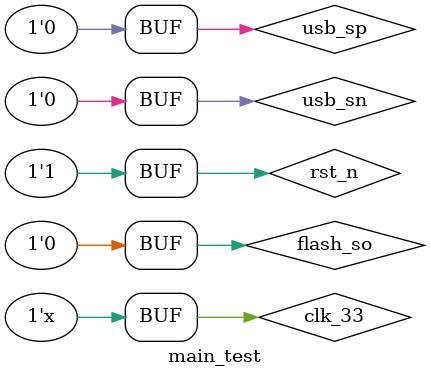
<source format=v>
`timescale 1ns / 1ps


module main_test;

	// Inputs
	reg rst_n;
	reg clk_33;
	reg flash_so;
	reg usb_sp;
	reg usb_sn;

	// Outputs
	wire [2:0] led;
	wire [15:0] sd;
	wire vio_33;
	wire vio_50;
	wire flash_cs;
	wire flash_si;
	wire flash_clk;
	wire m_pwren;
	wire m_clk;
	wire m_cs_n;
	wire m_cke;
	wire [12:0] m_a;
	wire [1:0] m_ba;
	wire m_ras_n;
	wire m_cas_n;
	wire m_we_n;
	wire m_ldqm;
	wire m_udqm;

	// Bidirs
	wire [15:0] s;
	wire usb_pup;
	wire usb_dp;
	wire usb_dn;
	wire [15:0] m_dq;

	// Instantiate the Unit Under Test (UUT)
	main uut (
		.rst_n(rst_n), 
		.clk_33(clk_33), 
		.led(led), 
		.s(s), 
		.sd(sd), 
		.vio_33(vio_33), 
		.vio_50(vio_50), 
		.flash_cs(flash_cs), 
		.flash_si(flash_si), 
		.flash_clk(flash_clk), 
		.flash_so(flash_so), 
		.usb_pup(usb_pup), 
		.usb_sp(usb_sp), 
		.usb_sn(usb_sn), 
		.usb_dp(usb_dp), 
		.usb_dn(usb_dn), 
		.m_pwren(m_pwren), 
		.m_clk(m_clk), 
		.m_cs_n(m_cs_n), 
		.m_cke(m_cke), 
		.m_a(m_a), 
		.m_ba(m_ba), 
		.m_ras_n(m_ras_n), 
		.m_cas_n(m_cas_n), 
		.m_we_n(m_we_n), 
		.m_ldqm(m_ldqm), 
		.m_udqm(m_udqm), 
		.m_dq(m_dq)
	);

    always #15 clk_33 = !clk_33;

	initial begin
		// Initialize Inputs
		rst_n = 0;
		clk_33 = 0;
		flash_so = 0;
		usb_sp = 0;
		usb_sn = 0;

		// Wait 100 ns for global reset to finish
		#100;
        rst_n = 1;
        
		// Add stimulus here

	end
      
endmodule


</source>
